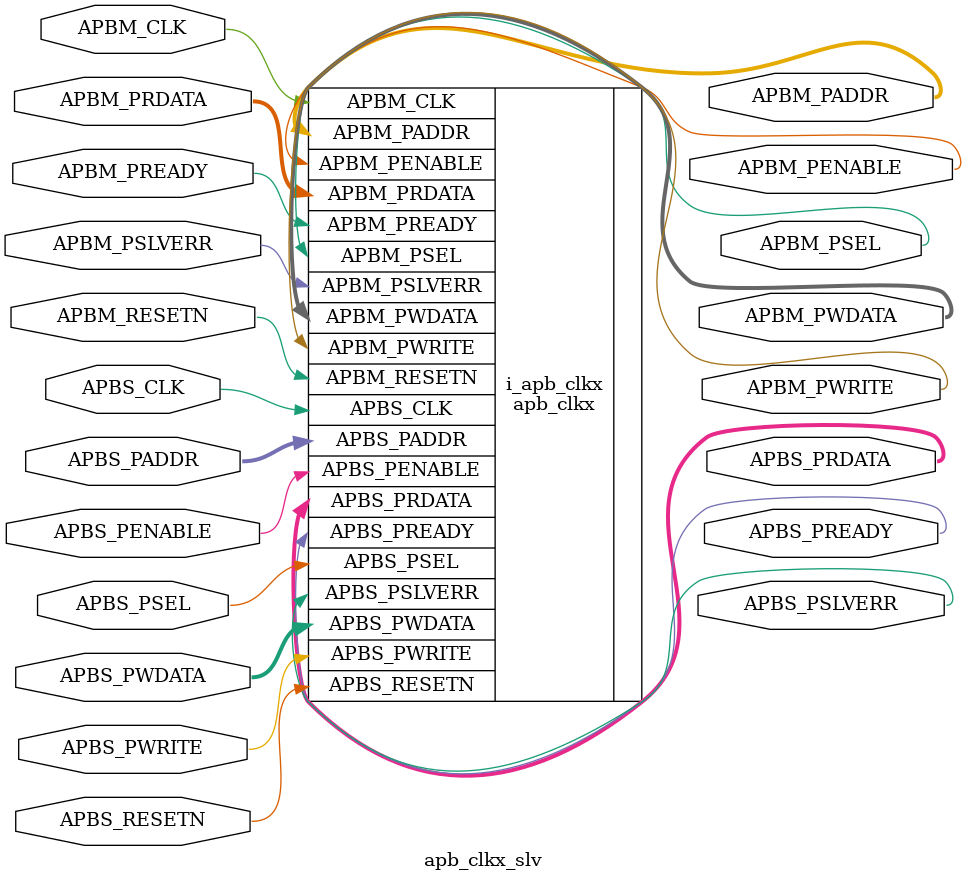
<source format=v>

module apb_clkx_slv #(
		parameter DW = 16,
		parameter AW = 16
)(
	// slave port - ingress
	input				APBS_CLK		,
	input				APBS_RESETN		,
	input				APBS_PSEL 		,
	input				APBS_PENABLE	,
	input  [AW-1:0]		APBS_PADDR		,
	input  [DW-1:0]		APBS_PWDATA		,
	input				APBS_PWRITE		,
	output [DW-1:0]		APBS_PRDATA		,
	output				APBS_PREADY		,
	output				APBS_PSLVERR	,

	// master port - egress
	input				APBM_CLK		,
	input				APBM_RESETN		,
	output reg			APBM_PSEL 		,
	output reg			APBM_PENABLE	,
	output [AW-1:0]		APBM_PADDR		,
	output [DW-1:0]		APBM_PWDATA		,
	output 				APBM_PWRITE		,
	input  [DW-1:0]		APBM_PRDATA		,
	input				APBM_PREADY		,
	input				APBM_PSLVERR	
);


	apb_clkx #(
		.DW	(	DW	),
		.AW	(	AW	)
	) i_apb_clkx (
		// slave port - ingress
		.APBS_CLK		(	APBS_CLK		),
		.APBS_RESETN	(	APBS_RESETN		),
		.APBS_PSEL 		(	APBS_PSEL 		),
		.APBS_PENABLE	(	APBS_PENABLE	),
		.APBS_PADDR		(	APBS_PADDR		),
		.APBS_PWDATA	(	APBS_PWDATA		),
		.APBS_PWRITE	(	APBS_PWRITE		),
		.APBS_PRDATA	(	APBS_PRDATA		),
		.APBS_PREADY	(	APBS_PREADY		),
		.APBS_PSLVERR	(	APBS_PSLVERR	),

		// master port - egress
		.APBM_CLK		(	APBM_CLK		),
		.APBM_RESETN	(	APBM_RESETN		),
		.APBM_PSEL 		(	APBM_PSEL 		),
		.APBM_PENABLE	(	APBM_PENABLE	),
		.APBM_PADDR		(	APBM_PADDR		),
		.APBM_PWDATA	(	APBM_PWDATA		),
		.APBM_PWRITE	(	APBM_PWRITE		),
		.APBM_PRDATA	(	APBM_PRDATA		),
		.APBM_PREADY	(	APBM_PREADY		),
		.APBM_PSLVERR	(	APBM_PSLVERR	)
	);

endmodule
</source>
